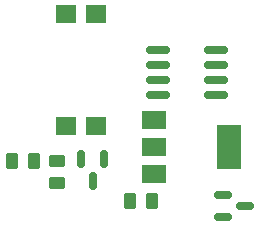
<source format=gbp>
G04 #@! TF.GenerationSoftware,KiCad,Pcbnew,(6.0.11)*
G04 #@! TF.CreationDate,2023-03-09T13:47:02+01:00*
G04 #@! TF.ProjectId,PCB_Dongle_Linky,5043425f-446f-46e6-976c-655f4c696e6b,rev?*
G04 #@! TF.SameCoordinates,Original*
G04 #@! TF.FileFunction,Paste,Bot*
G04 #@! TF.FilePolarity,Positive*
%FSLAX46Y46*%
G04 Gerber Fmt 4.6, Leading zero omitted, Abs format (unit mm)*
G04 Created by KiCad (PCBNEW (6.0.11)) date 2023-03-09 13:47:02*
%MOMM*%
%LPD*%
G01*
G04 APERTURE LIST*
G04 Aperture macros list*
%AMRoundRect*
0 Rectangle with rounded corners*
0 $1 Rounding radius*
0 $2 $3 $4 $5 $6 $7 $8 $9 X,Y pos of 4 corners*
0 Add a 4 corners polygon primitive as box body*
4,1,4,$2,$3,$4,$5,$6,$7,$8,$9,$2,$3,0*
0 Add four circle primitives for the rounded corners*
1,1,$1+$1,$2,$3*
1,1,$1+$1,$4,$5*
1,1,$1+$1,$6,$7*
1,1,$1+$1,$8,$9*
0 Add four rect primitives between the rounded corners*
20,1,$1+$1,$2,$3,$4,$5,0*
20,1,$1+$1,$4,$5,$6,$7,0*
20,1,$1+$1,$6,$7,$8,$9,0*
20,1,$1+$1,$8,$9,$2,$3,0*%
G04 Aperture macros list end*
%ADD10R,1.780000X1.500000*%
%ADD11RoundRect,0.150000X-0.587500X-0.150000X0.587500X-0.150000X0.587500X0.150000X-0.587500X0.150000X0*%
%ADD12RoundRect,0.250000X-0.262500X-0.450000X0.262500X-0.450000X0.262500X0.450000X-0.262500X0.450000X0*%
%ADD13R,2.000000X1.500000*%
%ADD14R,2.000000X3.800000*%
%ADD15RoundRect,0.150000X-0.150000X0.587500X-0.150000X-0.587500X0.150000X-0.587500X0.150000X0.587500X0*%
%ADD16RoundRect,0.250000X-0.450000X0.262500X-0.450000X-0.262500X0.450000X-0.262500X0.450000X0.262500X0*%
%ADD17RoundRect,0.150000X0.825000X0.150000X-0.825000X0.150000X-0.825000X-0.150000X0.825000X-0.150000X0*%
G04 APERTURE END LIST*
D10*
G04 #@! TO.C,U1*
X28240000Y-91915000D03*
X25700000Y-91915000D03*
X25700000Y-82385000D03*
X28240000Y-82385000D03*
G04 #@! TD*
D11*
G04 #@! TO.C,Q2*
X39000000Y-99600000D03*
X39000000Y-97700000D03*
X40875000Y-98650000D03*
G04 #@! TD*
D12*
G04 #@! TO.C,R1*
X21187500Y-94850000D03*
X23012500Y-94850000D03*
G04 #@! TD*
D13*
G04 #@! TO.C,U2*
X33200000Y-95950000D03*
X33200000Y-93650000D03*
D14*
X39500000Y-93650000D03*
D13*
X33200000Y-91350000D03*
G04 #@! TD*
D15*
G04 #@! TO.C,Q1*
X27050000Y-94700000D03*
X28950000Y-94700000D03*
X28000000Y-96575000D03*
G04 #@! TD*
D16*
G04 #@! TO.C,R2*
X24950000Y-94887500D03*
X24950000Y-96712500D03*
G04 #@! TD*
D12*
G04 #@! TO.C,R3*
X31187500Y-98200000D03*
X33012500Y-98200000D03*
G04 #@! TD*
D17*
G04 #@! TO.C,U3*
X38450000Y-85430000D03*
X38450000Y-86700000D03*
X38450000Y-87970000D03*
X38450000Y-89240000D03*
X33500000Y-89240000D03*
X33500000Y-87970000D03*
X33500000Y-86700000D03*
X33500000Y-85430000D03*
G04 #@! TD*
M02*

</source>
